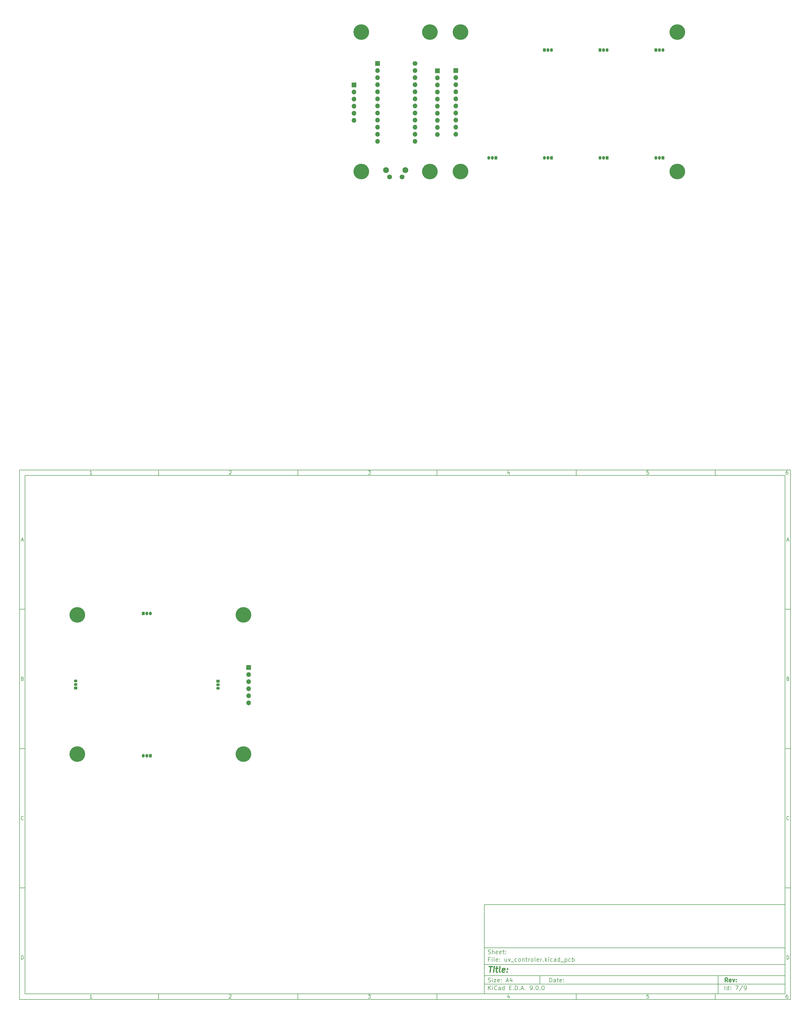
<source format=gbr>
%TF.GenerationSoftware,KiCad,Pcbnew,9.0.0*%
%TF.CreationDate,2025-06-04T23:26:29+02:00*%
%TF.ProjectId,uv_controler,75765f63-6f6e-4747-926f-6c65722e6b69,rev?*%
%TF.SameCoordinates,Original*%
%TF.FileFunction,Soldermask,Bot*%
%TF.FilePolarity,Negative*%
%FSLAX46Y46*%
G04 Gerber Fmt 4.6, Leading zero omitted, Abs format (unit mm)*
G04 Created by KiCad (PCBNEW 9.0.0) date 2025-06-04 23:26:29*
%MOMM*%
%LPD*%
G01*
G04 APERTURE LIST*
%ADD10C,0.100000*%
%ADD11C,0.150000*%
%ADD12C,0.300000*%
%ADD13C,0.400000*%
%ADD14C,5.600000*%
%ADD15R,1.300000X1.050000*%
%ADD16O,1.300000X1.050000*%
%ADD17R,1.700000X1.700000*%
%ADD18O,1.700000X1.700000*%
%ADD19R,1.050000X1.300000*%
%ADD20O,1.050000X1.300000*%
%ADD21C,1.700000*%
%ADD22C,2.100000*%
%ADD23C,1.750000*%
G04 APERTURE END LIST*
D10*
D11*
X177002200Y-166007200D02*
X285002200Y-166007200D01*
X285002200Y-198007200D01*
X177002200Y-198007200D01*
X177002200Y-166007200D01*
D10*
D11*
X10000000Y-10000000D02*
X287002200Y-10000000D01*
X287002200Y-200007200D01*
X10000000Y-200007200D01*
X10000000Y-10000000D01*
D10*
D11*
X12000000Y-12000000D02*
X285002200Y-12000000D01*
X285002200Y-198007200D01*
X12000000Y-198007200D01*
X12000000Y-12000000D01*
D10*
D11*
X60000000Y-12000000D02*
X60000000Y-10000000D01*
D10*
D11*
X110000000Y-12000000D02*
X110000000Y-10000000D01*
D10*
D11*
X160000000Y-12000000D02*
X160000000Y-10000000D01*
D10*
D11*
X210000000Y-12000000D02*
X210000000Y-10000000D01*
D10*
D11*
X260000000Y-12000000D02*
X260000000Y-10000000D01*
D10*
D11*
X36089160Y-11593604D02*
X35346303Y-11593604D01*
X35717731Y-11593604D02*
X35717731Y-10293604D01*
X35717731Y-10293604D02*
X35593922Y-10479319D01*
X35593922Y-10479319D02*
X35470112Y-10603128D01*
X35470112Y-10603128D02*
X35346303Y-10665033D01*
D10*
D11*
X85346303Y-10417414D02*
X85408207Y-10355509D01*
X85408207Y-10355509D02*
X85532017Y-10293604D01*
X85532017Y-10293604D02*
X85841541Y-10293604D01*
X85841541Y-10293604D02*
X85965350Y-10355509D01*
X85965350Y-10355509D02*
X86027255Y-10417414D01*
X86027255Y-10417414D02*
X86089160Y-10541223D01*
X86089160Y-10541223D02*
X86089160Y-10665033D01*
X86089160Y-10665033D02*
X86027255Y-10850747D01*
X86027255Y-10850747D02*
X85284398Y-11593604D01*
X85284398Y-11593604D02*
X86089160Y-11593604D01*
D10*
D11*
X135284398Y-10293604D02*
X136089160Y-10293604D01*
X136089160Y-10293604D02*
X135655826Y-10788842D01*
X135655826Y-10788842D02*
X135841541Y-10788842D01*
X135841541Y-10788842D02*
X135965350Y-10850747D01*
X135965350Y-10850747D02*
X136027255Y-10912652D01*
X136027255Y-10912652D02*
X136089160Y-11036461D01*
X136089160Y-11036461D02*
X136089160Y-11345985D01*
X136089160Y-11345985D02*
X136027255Y-11469795D01*
X136027255Y-11469795D02*
X135965350Y-11531700D01*
X135965350Y-11531700D02*
X135841541Y-11593604D01*
X135841541Y-11593604D02*
X135470112Y-11593604D01*
X135470112Y-11593604D02*
X135346303Y-11531700D01*
X135346303Y-11531700D02*
X135284398Y-11469795D01*
D10*
D11*
X185965350Y-10726938D02*
X185965350Y-11593604D01*
X185655826Y-10231700D02*
X185346303Y-11160271D01*
X185346303Y-11160271D02*
X186151064Y-11160271D01*
D10*
D11*
X236027255Y-10293604D02*
X235408207Y-10293604D01*
X235408207Y-10293604D02*
X235346303Y-10912652D01*
X235346303Y-10912652D02*
X235408207Y-10850747D01*
X235408207Y-10850747D02*
X235532017Y-10788842D01*
X235532017Y-10788842D02*
X235841541Y-10788842D01*
X235841541Y-10788842D02*
X235965350Y-10850747D01*
X235965350Y-10850747D02*
X236027255Y-10912652D01*
X236027255Y-10912652D02*
X236089160Y-11036461D01*
X236089160Y-11036461D02*
X236089160Y-11345985D01*
X236089160Y-11345985D02*
X236027255Y-11469795D01*
X236027255Y-11469795D02*
X235965350Y-11531700D01*
X235965350Y-11531700D02*
X235841541Y-11593604D01*
X235841541Y-11593604D02*
X235532017Y-11593604D01*
X235532017Y-11593604D02*
X235408207Y-11531700D01*
X235408207Y-11531700D02*
X235346303Y-11469795D01*
D10*
D11*
X285965350Y-10293604D02*
X285717731Y-10293604D01*
X285717731Y-10293604D02*
X285593922Y-10355509D01*
X285593922Y-10355509D02*
X285532017Y-10417414D01*
X285532017Y-10417414D02*
X285408207Y-10603128D01*
X285408207Y-10603128D02*
X285346303Y-10850747D01*
X285346303Y-10850747D02*
X285346303Y-11345985D01*
X285346303Y-11345985D02*
X285408207Y-11469795D01*
X285408207Y-11469795D02*
X285470112Y-11531700D01*
X285470112Y-11531700D02*
X285593922Y-11593604D01*
X285593922Y-11593604D02*
X285841541Y-11593604D01*
X285841541Y-11593604D02*
X285965350Y-11531700D01*
X285965350Y-11531700D02*
X286027255Y-11469795D01*
X286027255Y-11469795D02*
X286089160Y-11345985D01*
X286089160Y-11345985D02*
X286089160Y-11036461D01*
X286089160Y-11036461D02*
X286027255Y-10912652D01*
X286027255Y-10912652D02*
X285965350Y-10850747D01*
X285965350Y-10850747D02*
X285841541Y-10788842D01*
X285841541Y-10788842D02*
X285593922Y-10788842D01*
X285593922Y-10788842D02*
X285470112Y-10850747D01*
X285470112Y-10850747D02*
X285408207Y-10912652D01*
X285408207Y-10912652D02*
X285346303Y-11036461D01*
D10*
D11*
X60000000Y-198007200D02*
X60000000Y-200007200D01*
D10*
D11*
X110000000Y-198007200D02*
X110000000Y-200007200D01*
D10*
D11*
X160000000Y-198007200D02*
X160000000Y-200007200D01*
D10*
D11*
X210000000Y-198007200D02*
X210000000Y-200007200D01*
D10*
D11*
X260000000Y-198007200D02*
X260000000Y-200007200D01*
D10*
D11*
X36089160Y-199600804D02*
X35346303Y-199600804D01*
X35717731Y-199600804D02*
X35717731Y-198300804D01*
X35717731Y-198300804D02*
X35593922Y-198486519D01*
X35593922Y-198486519D02*
X35470112Y-198610328D01*
X35470112Y-198610328D02*
X35346303Y-198672233D01*
D10*
D11*
X85346303Y-198424614D02*
X85408207Y-198362709D01*
X85408207Y-198362709D02*
X85532017Y-198300804D01*
X85532017Y-198300804D02*
X85841541Y-198300804D01*
X85841541Y-198300804D02*
X85965350Y-198362709D01*
X85965350Y-198362709D02*
X86027255Y-198424614D01*
X86027255Y-198424614D02*
X86089160Y-198548423D01*
X86089160Y-198548423D02*
X86089160Y-198672233D01*
X86089160Y-198672233D02*
X86027255Y-198857947D01*
X86027255Y-198857947D02*
X85284398Y-199600804D01*
X85284398Y-199600804D02*
X86089160Y-199600804D01*
D10*
D11*
X135284398Y-198300804D02*
X136089160Y-198300804D01*
X136089160Y-198300804D02*
X135655826Y-198796042D01*
X135655826Y-198796042D02*
X135841541Y-198796042D01*
X135841541Y-198796042D02*
X135965350Y-198857947D01*
X135965350Y-198857947D02*
X136027255Y-198919852D01*
X136027255Y-198919852D02*
X136089160Y-199043661D01*
X136089160Y-199043661D02*
X136089160Y-199353185D01*
X136089160Y-199353185D02*
X136027255Y-199476995D01*
X136027255Y-199476995D02*
X135965350Y-199538900D01*
X135965350Y-199538900D02*
X135841541Y-199600804D01*
X135841541Y-199600804D02*
X135470112Y-199600804D01*
X135470112Y-199600804D02*
X135346303Y-199538900D01*
X135346303Y-199538900D02*
X135284398Y-199476995D01*
D10*
D11*
X185965350Y-198734138D02*
X185965350Y-199600804D01*
X185655826Y-198238900D02*
X185346303Y-199167471D01*
X185346303Y-199167471D02*
X186151064Y-199167471D01*
D10*
D11*
X236027255Y-198300804D02*
X235408207Y-198300804D01*
X235408207Y-198300804D02*
X235346303Y-198919852D01*
X235346303Y-198919852D02*
X235408207Y-198857947D01*
X235408207Y-198857947D02*
X235532017Y-198796042D01*
X235532017Y-198796042D02*
X235841541Y-198796042D01*
X235841541Y-198796042D02*
X235965350Y-198857947D01*
X235965350Y-198857947D02*
X236027255Y-198919852D01*
X236027255Y-198919852D02*
X236089160Y-199043661D01*
X236089160Y-199043661D02*
X236089160Y-199353185D01*
X236089160Y-199353185D02*
X236027255Y-199476995D01*
X236027255Y-199476995D02*
X235965350Y-199538900D01*
X235965350Y-199538900D02*
X235841541Y-199600804D01*
X235841541Y-199600804D02*
X235532017Y-199600804D01*
X235532017Y-199600804D02*
X235408207Y-199538900D01*
X235408207Y-199538900D02*
X235346303Y-199476995D01*
D10*
D11*
X285965350Y-198300804D02*
X285717731Y-198300804D01*
X285717731Y-198300804D02*
X285593922Y-198362709D01*
X285593922Y-198362709D02*
X285532017Y-198424614D01*
X285532017Y-198424614D02*
X285408207Y-198610328D01*
X285408207Y-198610328D02*
X285346303Y-198857947D01*
X285346303Y-198857947D02*
X285346303Y-199353185D01*
X285346303Y-199353185D02*
X285408207Y-199476995D01*
X285408207Y-199476995D02*
X285470112Y-199538900D01*
X285470112Y-199538900D02*
X285593922Y-199600804D01*
X285593922Y-199600804D02*
X285841541Y-199600804D01*
X285841541Y-199600804D02*
X285965350Y-199538900D01*
X285965350Y-199538900D02*
X286027255Y-199476995D01*
X286027255Y-199476995D02*
X286089160Y-199353185D01*
X286089160Y-199353185D02*
X286089160Y-199043661D01*
X286089160Y-199043661D02*
X286027255Y-198919852D01*
X286027255Y-198919852D02*
X285965350Y-198857947D01*
X285965350Y-198857947D02*
X285841541Y-198796042D01*
X285841541Y-198796042D02*
X285593922Y-198796042D01*
X285593922Y-198796042D02*
X285470112Y-198857947D01*
X285470112Y-198857947D02*
X285408207Y-198919852D01*
X285408207Y-198919852D02*
X285346303Y-199043661D01*
D10*
D11*
X10000000Y-60000000D02*
X12000000Y-60000000D01*
D10*
D11*
X10000000Y-110000000D02*
X12000000Y-110000000D01*
D10*
D11*
X10000000Y-160000000D02*
X12000000Y-160000000D01*
D10*
D11*
X10690476Y-35222176D02*
X11309523Y-35222176D01*
X10566666Y-35593604D02*
X10999999Y-34293604D01*
X10999999Y-34293604D02*
X11433333Y-35593604D01*
D10*
D11*
X11092857Y-84912652D02*
X11278571Y-84974557D01*
X11278571Y-84974557D02*
X11340476Y-85036461D01*
X11340476Y-85036461D02*
X11402380Y-85160271D01*
X11402380Y-85160271D02*
X11402380Y-85345985D01*
X11402380Y-85345985D02*
X11340476Y-85469795D01*
X11340476Y-85469795D02*
X11278571Y-85531700D01*
X11278571Y-85531700D02*
X11154761Y-85593604D01*
X11154761Y-85593604D02*
X10659523Y-85593604D01*
X10659523Y-85593604D02*
X10659523Y-84293604D01*
X10659523Y-84293604D02*
X11092857Y-84293604D01*
X11092857Y-84293604D02*
X11216666Y-84355509D01*
X11216666Y-84355509D02*
X11278571Y-84417414D01*
X11278571Y-84417414D02*
X11340476Y-84541223D01*
X11340476Y-84541223D02*
X11340476Y-84665033D01*
X11340476Y-84665033D02*
X11278571Y-84788842D01*
X11278571Y-84788842D02*
X11216666Y-84850747D01*
X11216666Y-84850747D02*
X11092857Y-84912652D01*
X11092857Y-84912652D02*
X10659523Y-84912652D01*
D10*
D11*
X11402380Y-135469795D02*
X11340476Y-135531700D01*
X11340476Y-135531700D02*
X11154761Y-135593604D01*
X11154761Y-135593604D02*
X11030952Y-135593604D01*
X11030952Y-135593604D02*
X10845238Y-135531700D01*
X10845238Y-135531700D02*
X10721428Y-135407890D01*
X10721428Y-135407890D02*
X10659523Y-135284080D01*
X10659523Y-135284080D02*
X10597619Y-135036461D01*
X10597619Y-135036461D02*
X10597619Y-134850747D01*
X10597619Y-134850747D02*
X10659523Y-134603128D01*
X10659523Y-134603128D02*
X10721428Y-134479319D01*
X10721428Y-134479319D02*
X10845238Y-134355509D01*
X10845238Y-134355509D02*
X11030952Y-134293604D01*
X11030952Y-134293604D02*
X11154761Y-134293604D01*
X11154761Y-134293604D02*
X11340476Y-134355509D01*
X11340476Y-134355509D02*
X11402380Y-134417414D01*
D10*
D11*
X10659523Y-185593604D02*
X10659523Y-184293604D01*
X10659523Y-184293604D02*
X10969047Y-184293604D01*
X10969047Y-184293604D02*
X11154761Y-184355509D01*
X11154761Y-184355509D02*
X11278571Y-184479319D01*
X11278571Y-184479319D02*
X11340476Y-184603128D01*
X11340476Y-184603128D02*
X11402380Y-184850747D01*
X11402380Y-184850747D02*
X11402380Y-185036461D01*
X11402380Y-185036461D02*
X11340476Y-185284080D01*
X11340476Y-185284080D02*
X11278571Y-185407890D01*
X11278571Y-185407890D02*
X11154761Y-185531700D01*
X11154761Y-185531700D02*
X10969047Y-185593604D01*
X10969047Y-185593604D02*
X10659523Y-185593604D01*
D10*
D11*
X287002200Y-60000000D02*
X285002200Y-60000000D01*
D10*
D11*
X287002200Y-110000000D02*
X285002200Y-110000000D01*
D10*
D11*
X287002200Y-160000000D02*
X285002200Y-160000000D01*
D10*
D11*
X285692676Y-35222176D02*
X286311723Y-35222176D01*
X285568866Y-35593604D02*
X286002199Y-34293604D01*
X286002199Y-34293604D02*
X286435533Y-35593604D01*
D10*
D11*
X286095057Y-84912652D02*
X286280771Y-84974557D01*
X286280771Y-84974557D02*
X286342676Y-85036461D01*
X286342676Y-85036461D02*
X286404580Y-85160271D01*
X286404580Y-85160271D02*
X286404580Y-85345985D01*
X286404580Y-85345985D02*
X286342676Y-85469795D01*
X286342676Y-85469795D02*
X286280771Y-85531700D01*
X286280771Y-85531700D02*
X286156961Y-85593604D01*
X286156961Y-85593604D02*
X285661723Y-85593604D01*
X285661723Y-85593604D02*
X285661723Y-84293604D01*
X285661723Y-84293604D02*
X286095057Y-84293604D01*
X286095057Y-84293604D02*
X286218866Y-84355509D01*
X286218866Y-84355509D02*
X286280771Y-84417414D01*
X286280771Y-84417414D02*
X286342676Y-84541223D01*
X286342676Y-84541223D02*
X286342676Y-84665033D01*
X286342676Y-84665033D02*
X286280771Y-84788842D01*
X286280771Y-84788842D02*
X286218866Y-84850747D01*
X286218866Y-84850747D02*
X286095057Y-84912652D01*
X286095057Y-84912652D02*
X285661723Y-84912652D01*
D10*
D11*
X286404580Y-135469795D02*
X286342676Y-135531700D01*
X286342676Y-135531700D02*
X286156961Y-135593604D01*
X286156961Y-135593604D02*
X286033152Y-135593604D01*
X286033152Y-135593604D02*
X285847438Y-135531700D01*
X285847438Y-135531700D02*
X285723628Y-135407890D01*
X285723628Y-135407890D02*
X285661723Y-135284080D01*
X285661723Y-135284080D02*
X285599819Y-135036461D01*
X285599819Y-135036461D02*
X285599819Y-134850747D01*
X285599819Y-134850747D02*
X285661723Y-134603128D01*
X285661723Y-134603128D02*
X285723628Y-134479319D01*
X285723628Y-134479319D02*
X285847438Y-134355509D01*
X285847438Y-134355509D02*
X286033152Y-134293604D01*
X286033152Y-134293604D02*
X286156961Y-134293604D01*
X286156961Y-134293604D02*
X286342676Y-134355509D01*
X286342676Y-134355509D02*
X286404580Y-134417414D01*
D10*
D11*
X285661723Y-185593604D02*
X285661723Y-184293604D01*
X285661723Y-184293604D02*
X285971247Y-184293604D01*
X285971247Y-184293604D02*
X286156961Y-184355509D01*
X286156961Y-184355509D02*
X286280771Y-184479319D01*
X286280771Y-184479319D02*
X286342676Y-184603128D01*
X286342676Y-184603128D02*
X286404580Y-184850747D01*
X286404580Y-184850747D02*
X286404580Y-185036461D01*
X286404580Y-185036461D02*
X286342676Y-185284080D01*
X286342676Y-185284080D02*
X286280771Y-185407890D01*
X286280771Y-185407890D02*
X286156961Y-185531700D01*
X286156961Y-185531700D02*
X285971247Y-185593604D01*
X285971247Y-185593604D02*
X285661723Y-185593604D01*
D10*
D11*
X200458026Y-193793328D02*
X200458026Y-192293328D01*
X200458026Y-192293328D02*
X200815169Y-192293328D01*
X200815169Y-192293328D02*
X201029455Y-192364757D01*
X201029455Y-192364757D02*
X201172312Y-192507614D01*
X201172312Y-192507614D02*
X201243741Y-192650471D01*
X201243741Y-192650471D02*
X201315169Y-192936185D01*
X201315169Y-192936185D02*
X201315169Y-193150471D01*
X201315169Y-193150471D02*
X201243741Y-193436185D01*
X201243741Y-193436185D02*
X201172312Y-193579042D01*
X201172312Y-193579042D02*
X201029455Y-193721900D01*
X201029455Y-193721900D02*
X200815169Y-193793328D01*
X200815169Y-193793328D02*
X200458026Y-193793328D01*
X202600884Y-193793328D02*
X202600884Y-193007614D01*
X202600884Y-193007614D02*
X202529455Y-192864757D01*
X202529455Y-192864757D02*
X202386598Y-192793328D01*
X202386598Y-192793328D02*
X202100884Y-192793328D01*
X202100884Y-192793328D02*
X201958026Y-192864757D01*
X202600884Y-193721900D02*
X202458026Y-193793328D01*
X202458026Y-193793328D02*
X202100884Y-193793328D01*
X202100884Y-193793328D02*
X201958026Y-193721900D01*
X201958026Y-193721900D02*
X201886598Y-193579042D01*
X201886598Y-193579042D02*
X201886598Y-193436185D01*
X201886598Y-193436185D02*
X201958026Y-193293328D01*
X201958026Y-193293328D02*
X202100884Y-193221900D01*
X202100884Y-193221900D02*
X202458026Y-193221900D01*
X202458026Y-193221900D02*
X202600884Y-193150471D01*
X203100884Y-192793328D02*
X203672312Y-192793328D01*
X203315169Y-192293328D02*
X203315169Y-193579042D01*
X203315169Y-193579042D02*
X203386598Y-193721900D01*
X203386598Y-193721900D02*
X203529455Y-193793328D01*
X203529455Y-193793328D02*
X203672312Y-193793328D01*
X204743741Y-193721900D02*
X204600884Y-193793328D01*
X204600884Y-193793328D02*
X204315170Y-193793328D01*
X204315170Y-193793328D02*
X204172312Y-193721900D01*
X204172312Y-193721900D02*
X204100884Y-193579042D01*
X204100884Y-193579042D02*
X204100884Y-193007614D01*
X204100884Y-193007614D02*
X204172312Y-192864757D01*
X204172312Y-192864757D02*
X204315170Y-192793328D01*
X204315170Y-192793328D02*
X204600884Y-192793328D01*
X204600884Y-192793328D02*
X204743741Y-192864757D01*
X204743741Y-192864757D02*
X204815170Y-193007614D01*
X204815170Y-193007614D02*
X204815170Y-193150471D01*
X204815170Y-193150471D02*
X204100884Y-193293328D01*
X205458026Y-193650471D02*
X205529455Y-193721900D01*
X205529455Y-193721900D02*
X205458026Y-193793328D01*
X205458026Y-193793328D02*
X205386598Y-193721900D01*
X205386598Y-193721900D02*
X205458026Y-193650471D01*
X205458026Y-193650471D02*
X205458026Y-193793328D01*
X205458026Y-192864757D02*
X205529455Y-192936185D01*
X205529455Y-192936185D02*
X205458026Y-193007614D01*
X205458026Y-193007614D02*
X205386598Y-192936185D01*
X205386598Y-192936185D02*
X205458026Y-192864757D01*
X205458026Y-192864757D02*
X205458026Y-193007614D01*
D10*
D11*
X177002200Y-194507200D02*
X285002200Y-194507200D01*
D10*
D11*
X178458026Y-196593328D02*
X178458026Y-195093328D01*
X179315169Y-196593328D02*
X178672312Y-195736185D01*
X179315169Y-195093328D02*
X178458026Y-195950471D01*
X179958026Y-196593328D02*
X179958026Y-195593328D01*
X179958026Y-195093328D02*
X179886598Y-195164757D01*
X179886598Y-195164757D02*
X179958026Y-195236185D01*
X179958026Y-195236185D02*
X180029455Y-195164757D01*
X180029455Y-195164757D02*
X179958026Y-195093328D01*
X179958026Y-195093328D02*
X179958026Y-195236185D01*
X181529455Y-196450471D02*
X181458027Y-196521900D01*
X181458027Y-196521900D02*
X181243741Y-196593328D01*
X181243741Y-196593328D02*
X181100884Y-196593328D01*
X181100884Y-196593328D02*
X180886598Y-196521900D01*
X180886598Y-196521900D02*
X180743741Y-196379042D01*
X180743741Y-196379042D02*
X180672312Y-196236185D01*
X180672312Y-196236185D02*
X180600884Y-195950471D01*
X180600884Y-195950471D02*
X180600884Y-195736185D01*
X180600884Y-195736185D02*
X180672312Y-195450471D01*
X180672312Y-195450471D02*
X180743741Y-195307614D01*
X180743741Y-195307614D02*
X180886598Y-195164757D01*
X180886598Y-195164757D02*
X181100884Y-195093328D01*
X181100884Y-195093328D02*
X181243741Y-195093328D01*
X181243741Y-195093328D02*
X181458027Y-195164757D01*
X181458027Y-195164757D02*
X181529455Y-195236185D01*
X182815170Y-196593328D02*
X182815170Y-195807614D01*
X182815170Y-195807614D02*
X182743741Y-195664757D01*
X182743741Y-195664757D02*
X182600884Y-195593328D01*
X182600884Y-195593328D02*
X182315170Y-195593328D01*
X182315170Y-195593328D02*
X182172312Y-195664757D01*
X182815170Y-196521900D02*
X182672312Y-196593328D01*
X182672312Y-196593328D02*
X182315170Y-196593328D01*
X182315170Y-196593328D02*
X182172312Y-196521900D01*
X182172312Y-196521900D02*
X182100884Y-196379042D01*
X182100884Y-196379042D02*
X182100884Y-196236185D01*
X182100884Y-196236185D02*
X182172312Y-196093328D01*
X182172312Y-196093328D02*
X182315170Y-196021900D01*
X182315170Y-196021900D02*
X182672312Y-196021900D01*
X182672312Y-196021900D02*
X182815170Y-195950471D01*
X184172313Y-196593328D02*
X184172313Y-195093328D01*
X184172313Y-196521900D02*
X184029455Y-196593328D01*
X184029455Y-196593328D02*
X183743741Y-196593328D01*
X183743741Y-196593328D02*
X183600884Y-196521900D01*
X183600884Y-196521900D02*
X183529455Y-196450471D01*
X183529455Y-196450471D02*
X183458027Y-196307614D01*
X183458027Y-196307614D02*
X183458027Y-195879042D01*
X183458027Y-195879042D02*
X183529455Y-195736185D01*
X183529455Y-195736185D02*
X183600884Y-195664757D01*
X183600884Y-195664757D02*
X183743741Y-195593328D01*
X183743741Y-195593328D02*
X184029455Y-195593328D01*
X184029455Y-195593328D02*
X184172313Y-195664757D01*
X186029455Y-195807614D02*
X186529455Y-195807614D01*
X186743741Y-196593328D02*
X186029455Y-196593328D01*
X186029455Y-196593328D02*
X186029455Y-195093328D01*
X186029455Y-195093328D02*
X186743741Y-195093328D01*
X187386598Y-196450471D02*
X187458027Y-196521900D01*
X187458027Y-196521900D02*
X187386598Y-196593328D01*
X187386598Y-196593328D02*
X187315170Y-196521900D01*
X187315170Y-196521900D02*
X187386598Y-196450471D01*
X187386598Y-196450471D02*
X187386598Y-196593328D01*
X188100884Y-196593328D02*
X188100884Y-195093328D01*
X188100884Y-195093328D02*
X188458027Y-195093328D01*
X188458027Y-195093328D02*
X188672313Y-195164757D01*
X188672313Y-195164757D02*
X188815170Y-195307614D01*
X188815170Y-195307614D02*
X188886599Y-195450471D01*
X188886599Y-195450471D02*
X188958027Y-195736185D01*
X188958027Y-195736185D02*
X188958027Y-195950471D01*
X188958027Y-195950471D02*
X188886599Y-196236185D01*
X188886599Y-196236185D02*
X188815170Y-196379042D01*
X188815170Y-196379042D02*
X188672313Y-196521900D01*
X188672313Y-196521900D02*
X188458027Y-196593328D01*
X188458027Y-196593328D02*
X188100884Y-196593328D01*
X189600884Y-196450471D02*
X189672313Y-196521900D01*
X189672313Y-196521900D02*
X189600884Y-196593328D01*
X189600884Y-196593328D02*
X189529456Y-196521900D01*
X189529456Y-196521900D02*
X189600884Y-196450471D01*
X189600884Y-196450471D02*
X189600884Y-196593328D01*
X190243742Y-196164757D02*
X190958028Y-196164757D01*
X190100885Y-196593328D02*
X190600885Y-195093328D01*
X190600885Y-195093328D02*
X191100885Y-196593328D01*
X191600884Y-196450471D02*
X191672313Y-196521900D01*
X191672313Y-196521900D02*
X191600884Y-196593328D01*
X191600884Y-196593328D02*
X191529456Y-196521900D01*
X191529456Y-196521900D02*
X191600884Y-196450471D01*
X191600884Y-196450471D02*
X191600884Y-196593328D01*
X193529456Y-196593328D02*
X193815170Y-196593328D01*
X193815170Y-196593328D02*
X193958027Y-196521900D01*
X193958027Y-196521900D02*
X194029456Y-196450471D01*
X194029456Y-196450471D02*
X194172313Y-196236185D01*
X194172313Y-196236185D02*
X194243742Y-195950471D01*
X194243742Y-195950471D02*
X194243742Y-195379042D01*
X194243742Y-195379042D02*
X194172313Y-195236185D01*
X194172313Y-195236185D02*
X194100885Y-195164757D01*
X194100885Y-195164757D02*
X193958027Y-195093328D01*
X193958027Y-195093328D02*
X193672313Y-195093328D01*
X193672313Y-195093328D02*
X193529456Y-195164757D01*
X193529456Y-195164757D02*
X193458027Y-195236185D01*
X193458027Y-195236185D02*
X193386599Y-195379042D01*
X193386599Y-195379042D02*
X193386599Y-195736185D01*
X193386599Y-195736185D02*
X193458027Y-195879042D01*
X193458027Y-195879042D02*
X193529456Y-195950471D01*
X193529456Y-195950471D02*
X193672313Y-196021900D01*
X193672313Y-196021900D02*
X193958027Y-196021900D01*
X193958027Y-196021900D02*
X194100885Y-195950471D01*
X194100885Y-195950471D02*
X194172313Y-195879042D01*
X194172313Y-195879042D02*
X194243742Y-195736185D01*
X194886598Y-196450471D02*
X194958027Y-196521900D01*
X194958027Y-196521900D02*
X194886598Y-196593328D01*
X194886598Y-196593328D02*
X194815170Y-196521900D01*
X194815170Y-196521900D02*
X194886598Y-196450471D01*
X194886598Y-196450471D02*
X194886598Y-196593328D01*
X195886599Y-195093328D02*
X196029456Y-195093328D01*
X196029456Y-195093328D02*
X196172313Y-195164757D01*
X196172313Y-195164757D02*
X196243742Y-195236185D01*
X196243742Y-195236185D02*
X196315170Y-195379042D01*
X196315170Y-195379042D02*
X196386599Y-195664757D01*
X196386599Y-195664757D02*
X196386599Y-196021900D01*
X196386599Y-196021900D02*
X196315170Y-196307614D01*
X196315170Y-196307614D02*
X196243742Y-196450471D01*
X196243742Y-196450471D02*
X196172313Y-196521900D01*
X196172313Y-196521900D02*
X196029456Y-196593328D01*
X196029456Y-196593328D02*
X195886599Y-196593328D01*
X195886599Y-196593328D02*
X195743742Y-196521900D01*
X195743742Y-196521900D02*
X195672313Y-196450471D01*
X195672313Y-196450471D02*
X195600884Y-196307614D01*
X195600884Y-196307614D02*
X195529456Y-196021900D01*
X195529456Y-196021900D02*
X195529456Y-195664757D01*
X195529456Y-195664757D02*
X195600884Y-195379042D01*
X195600884Y-195379042D02*
X195672313Y-195236185D01*
X195672313Y-195236185D02*
X195743742Y-195164757D01*
X195743742Y-195164757D02*
X195886599Y-195093328D01*
X197029455Y-196450471D02*
X197100884Y-196521900D01*
X197100884Y-196521900D02*
X197029455Y-196593328D01*
X197029455Y-196593328D02*
X196958027Y-196521900D01*
X196958027Y-196521900D02*
X197029455Y-196450471D01*
X197029455Y-196450471D02*
X197029455Y-196593328D01*
X198029456Y-195093328D02*
X198172313Y-195093328D01*
X198172313Y-195093328D02*
X198315170Y-195164757D01*
X198315170Y-195164757D02*
X198386599Y-195236185D01*
X198386599Y-195236185D02*
X198458027Y-195379042D01*
X198458027Y-195379042D02*
X198529456Y-195664757D01*
X198529456Y-195664757D02*
X198529456Y-196021900D01*
X198529456Y-196021900D02*
X198458027Y-196307614D01*
X198458027Y-196307614D02*
X198386599Y-196450471D01*
X198386599Y-196450471D02*
X198315170Y-196521900D01*
X198315170Y-196521900D02*
X198172313Y-196593328D01*
X198172313Y-196593328D02*
X198029456Y-196593328D01*
X198029456Y-196593328D02*
X197886599Y-196521900D01*
X197886599Y-196521900D02*
X197815170Y-196450471D01*
X197815170Y-196450471D02*
X197743741Y-196307614D01*
X197743741Y-196307614D02*
X197672313Y-196021900D01*
X197672313Y-196021900D02*
X197672313Y-195664757D01*
X197672313Y-195664757D02*
X197743741Y-195379042D01*
X197743741Y-195379042D02*
X197815170Y-195236185D01*
X197815170Y-195236185D02*
X197886599Y-195164757D01*
X197886599Y-195164757D02*
X198029456Y-195093328D01*
D10*
D11*
X177002200Y-191507200D02*
X285002200Y-191507200D01*
D10*
D12*
X264413853Y-193785528D02*
X263913853Y-193071242D01*
X263556710Y-193785528D02*
X263556710Y-192285528D01*
X263556710Y-192285528D02*
X264128139Y-192285528D01*
X264128139Y-192285528D02*
X264270996Y-192356957D01*
X264270996Y-192356957D02*
X264342425Y-192428385D01*
X264342425Y-192428385D02*
X264413853Y-192571242D01*
X264413853Y-192571242D02*
X264413853Y-192785528D01*
X264413853Y-192785528D02*
X264342425Y-192928385D01*
X264342425Y-192928385D02*
X264270996Y-192999814D01*
X264270996Y-192999814D02*
X264128139Y-193071242D01*
X264128139Y-193071242D02*
X263556710Y-193071242D01*
X265628139Y-193714100D02*
X265485282Y-193785528D01*
X265485282Y-193785528D02*
X265199568Y-193785528D01*
X265199568Y-193785528D02*
X265056710Y-193714100D01*
X265056710Y-193714100D02*
X264985282Y-193571242D01*
X264985282Y-193571242D02*
X264985282Y-192999814D01*
X264985282Y-192999814D02*
X265056710Y-192856957D01*
X265056710Y-192856957D02*
X265199568Y-192785528D01*
X265199568Y-192785528D02*
X265485282Y-192785528D01*
X265485282Y-192785528D02*
X265628139Y-192856957D01*
X265628139Y-192856957D02*
X265699568Y-192999814D01*
X265699568Y-192999814D02*
X265699568Y-193142671D01*
X265699568Y-193142671D02*
X264985282Y-193285528D01*
X266199567Y-192785528D02*
X266556710Y-193785528D01*
X266556710Y-193785528D02*
X266913853Y-192785528D01*
X267485281Y-193642671D02*
X267556710Y-193714100D01*
X267556710Y-193714100D02*
X267485281Y-193785528D01*
X267485281Y-193785528D02*
X267413853Y-193714100D01*
X267413853Y-193714100D02*
X267485281Y-193642671D01*
X267485281Y-193642671D02*
X267485281Y-193785528D01*
X267485281Y-192856957D02*
X267556710Y-192928385D01*
X267556710Y-192928385D02*
X267485281Y-192999814D01*
X267485281Y-192999814D02*
X267413853Y-192928385D01*
X267413853Y-192928385D02*
X267485281Y-192856957D01*
X267485281Y-192856957D02*
X267485281Y-192999814D01*
D10*
D11*
X178386598Y-193721900D02*
X178600884Y-193793328D01*
X178600884Y-193793328D02*
X178958026Y-193793328D01*
X178958026Y-193793328D02*
X179100884Y-193721900D01*
X179100884Y-193721900D02*
X179172312Y-193650471D01*
X179172312Y-193650471D02*
X179243741Y-193507614D01*
X179243741Y-193507614D02*
X179243741Y-193364757D01*
X179243741Y-193364757D02*
X179172312Y-193221900D01*
X179172312Y-193221900D02*
X179100884Y-193150471D01*
X179100884Y-193150471D02*
X178958026Y-193079042D01*
X178958026Y-193079042D02*
X178672312Y-193007614D01*
X178672312Y-193007614D02*
X178529455Y-192936185D01*
X178529455Y-192936185D02*
X178458026Y-192864757D01*
X178458026Y-192864757D02*
X178386598Y-192721900D01*
X178386598Y-192721900D02*
X178386598Y-192579042D01*
X178386598Y-192579042D02*
X178458026Y-192436185D01*
X178458026Y-192436185D02*
X178529455Y-192364757D01*
X178529455Y-192364757D02*
X178672312Y-192293328D01*
X178672312Y-192293328D02*
X179029455Y-192293328D01*
X179029455Y-192293328D02*
X179243741Y-192364757D01*
X179886597Y-193793328D02*
X179886597Y-192793328D01*
X179886597Y-192293328D02*
X179815169Y-192364757D01*
X179815169Y-192364757D02*
X179886597Y-192436185D01*
X179886597Y-192436185D02*
X179958026Y-192364757D01*
X179958026Y-192364757D02*
X179886597Y-192293328D01*
X179886597Y-192293328D02*
X179886597Y-192436185D01*
X180458026Y-192793328D02*
X181243741Y-192793328D01*
X181243741Y-192793328D02*
X180458026Y-193793328D01*
X180458026Y-193793328D02*
X181243741Y-193793328D01*
X182386598Y-193721900D02*
X182243741Y-193793328D01*
X182243741Y-193793328D02*
X181958027Y-193793328D01*
X181958027Y-193793328D02*
X181815169Y-193721900D01*
X181815169Y-193721900D02*
X181743741Y-193579042D01*
X181743741Y-193579042D02*
X181743741Y-193007614D01*
X181743741Y-193007614D02*
X181815169Y-192864757D01*
X181815169Y-192864757D02*
X181958027Y-192793328D01*
X181958027Y-192793328D02*
X182243741Y-192793328D01*
X182243741Y-192793328D02*
X182386598Y-192864757D01*
X182386598Y-192864757D02*
X182458027Y-193007614D01*
X182458027Y-193007614D02*
X182458027Y-193150471D01*
X182458027Y-193150471D02*
X181743741Y-193293328D01*
X183100883Y-193650471D02*
X183172312Y-193721900D01*
X183172312Y-193721900D02*
X183100883Y-193793328D01*
X183100883Y-193793328D02*
X183029455Y-193721900D01*
X183029455Y-193721900D02*
X183100883Y-193650471D01*
X183100883Y-193650471D02*
X183100883Y-193793328D01*
X183100883Y-192864757D02*
X183172312Y-192936185D01*
X183172312Y-192936185D02*
X183100883Y-193007614D01*
X183100883Y-193007614D02*
X183029455Y-192936185D01*
X183029455Y-192936185D02*
X183100883Y-192864757D01*
X183100883Y-192864757D02*
X183100883Y-193007614D01*
X184886598Y-193364757D02*
X185600884Y-193364757D01*
X184743741Y-193793328D02*
X185243741Y-192293328D01*
X185243741Y-192293328D02*
X185743741Y-193793328D01*
X186886598Y-192793328D02*
X186886598Y-193793328D01*
X186529455Y-192221900D02*
X186172312Y-193293328D01*
X186172312Y-193293328D02*
X187100883Y-193293328D01*
D10*
D11*
X263458026Y-196593328D02*
X263458026Y-195093328D01*
X264815170Y-196593328D02*
X264815170Y-195093328D01*
X264815170Y-196521900D02*
X264672312Y-196593328D01*
X264672312Y-196593328D02*
X264386598Y-196593328D01*
X264386598Y-196593328D02*
X264243741Y-196521900D01*
X264243741Y-196521900D02*
X264172312Y-196450471D01*
X264172312Y-196450471D02*
X264100884Y-196307614D01*
X264100884Y-196307614D02*
X264100884Y-195879042D01*
X264100884Y-195879042D02*
X264172312Y-195736185D01*
X264172312Y-195736185D02*
X264243741Y-195664757D01*
X264243741Y-195664757D02*
X264386598Y-195593328D01*
X264386598Y-195593328D02*
X264672312Y-195593328D01*
X264672312Y-195593328D02*
X264815170Y-195664757D01*
X265529455Y-196450471D02*
X265600884Y-196521900D01*
X265600884Y-196521900D02*
X265529455Y-196593328D01*
X265529455Y-196593328D02*
X265458027Y-196521900D01*
X265458027Y-196521900D02*
X265529455Y-196450471D01*
X265529455Y-196450471D02*
X265529455Y-196593328D01*
X265529455Y-195664757D02*
X265600884Y-195736185D01*
X265600884Y-195736185D02*
X265529455Y-195807614D01*
X265529455Y-195807614D02*
X265458027Y-195736185D01*
X265458027Y-195736185D02*
X265529455Y-195664757D01*
X265529455Y-195664757D02*
X265529455Y-195807614D01*
X267243741Y-195093328D02*
X268243741Y-195093328D01*
X268243741Y-195093328D02*
X267600884Y-196593328D01*
X269886598Y-195021900D02*
X268600884Y-196950471D01*
X270458027Y-196593328D02*
X270743741Y-196593328D01*
X270743741Y-196593328D02*
X270886598Y-196521900D01*
X270886598Y-196521900D02*
X270958027Y-196450471D01*
X270958027Y-196450471D02*
X271100884Y-196236185D01*
X271100884Y-196236185D02*
X271172313Y-195950471D01*
X271172313Y-195950471D02*
X271172313Y-195379042D01*
X271172313Y-195379042D02*
X271100884Y-195236185D01*
X271100884Y-195236185D02*
X271029456Y-195164757D01*
X271029456Y-195164757D02*
X270886598Y-195093328D01*
X270886598Y-195093328D02*
X270600884Y-195093328D01*
X270600884Y-195093328D02*
X270458027Y-195164757D01*
X270458027Y-195164757D02*
X270386598Y-195236185D01*
X270386598Y-195236185D02*
X270315170Y-195379042D01*
X270315170Y-195379042D02*
X270315170Y-195736185D01*
X270315170Y-195736185D02*
X270386598Y-195879042D01*
X270386598Y-195879042D02*
X270458027Y-195950471D01*
X270458027Y-195950471D02*
X270600884Y-196021900D01*
X270600884Y-196021900D02*
X270886598Y-196021900D01*
X270886598Y-196021900D02*
X271029456Y-195950471D01*
X271029456Y-195950471D02*
X271100884Y-195879042D01*
X271100884Y-195879042D02*
X271172313Y-195736185D01*
D10*
D11*
X177002200Y-187507200D02*
X285002200Y-187507200D01*
D10*
D13*
X178693928Y-188211638D02*
X179836785Y-188211638D01*
X179015357Y-190211638D02*
X179265357Y-188211638D01*
X180253452Y-190211638D02*
X180420119Y-188878304D01*
X180503452Y-188211638D02*
X180396309Y-188306876D01*
X180396309Y-188306876D02*
X180479643Y-188402114D01*
X180479643Y-188402114D02*
X180586786Y-188306876D01*
X180586786Y-188306876D02*
X180503452Y-188211638D01*
X180503452Y-188211638D02*
X180479643Y-188402114D01*
X181086786Y-188878304D02*
X181848690Y-188878304D01*
X181455833Y-188211638D02*
X181241548Y-189925923D01*
X181241548Y-189925923D02*
X181312976Y-190116400D01*
X181312976Y-190116400D02*
X181491548Y-190211638D01*
X181491548Y-190211638D02*
X181682024Y-190211638D01*
X182634405Y-190211638D02*
X182455833Y-190116400D01*
X182455833Y-190116400D02*
X182384405Y-189925923D01*
X182384405Y-189925923D02*
X182598690Y-188211638D01*
X184170119Y-190116400D02*
X183967738Y-190211638D01*
X183967738Y-190211638D02*
X183586785Y-190211638D01*
X183586785Y-190211638D02*
X183408214Y-190116400D01*
X183408214Y-190116400D02*
X183336785Y-189925923D01*
X183336785Y-189925923D02*
X183432024Y-189164019D01*
X183432024Y-189164019D02*
X183551071Y-188973542D01*
X183551071Y-188973542D02*
X183753452Y-188878304D01*
X183753452Y-188878304D02*
X184134404Y-188878304D01*
X184134404Y-188878304D02*
X184312976Y-188973542D01*
X184312976Y-188973542D02*
X184384404Y-189164019D01*
X184384404Y-189164019D02*
X184360595Y-189354495D01*
X184360595Y-189354495D02*
X183384404Y-189544971D01*
X185134405Y-190021161D02*
X185217738Y-190116400D01*
X185217738Y-190116400D02*
X185110595Y-190211638D01*
X185110595Y-190211638D02*
X185027262Y-190116400D01*
X185027262Y-190116400D02*
X185134405Y-190021161D01*
X185134405Y-190021161D02*
X185110595Y-190211638D01*
X185265357Y-188973542D02*
X185348690Y-189068780D01*
X185348690Y-189068780D02*
X185241548Y-189164019D01*
X185241548Y-189164019D02*
X185158214Y-189068780D01*
X185158214Y-189068780D02*
X185265357Y-188973542D01*
X185265357Y-188973542D02*
X185241548Y-189164019D01*
D10*
D11*
X178958026Y-185607614D02*
X178458026Y-185607614D01*
X178458026Y-186393328D02*
X178458026Y-184893328D01*
X178458026Y-184893328D02*
X179172312Y-184893328D01*
X179743740Y-186393328D02*
X179743740Y-185393328D01*
X179743740Y-184893328D02*
X179672312Y-184964757D01*
X179672312Y-184964757D02*
X179743740Y-185036185D01*
X179743740Y-185036185D02*
X179815169Y-184964757D01*
X179815169Y-184964757D02*
X179743740Y-184893328D01*
X179743740Y-184893328D02*
X179743740Y-185036185D01*
X180672312Y-186393328D02*
X180529455Y-186321900D01*
X180529455Y-186321900D02*
X180458026Y-186179042D01*
X180458026Y-186179042D02*
X180458026Y-184893328D01*
X181815169Y-186321900D02*
X181672312Y-186393328D01*
X181672312Y-186393328D02*
X181386598Y-186393328D01*
X181386598Y-186393328D02*
X181243740Y-186321900D01*
X181243740Y-186321900D02*
X181172312Y-186179042D01*
X181172312Y-186179042D02*
X181172312Y-185607614D01*
X181172312Y-185607614D02*
X181243740Y-185464757D01*
X181243740Y-185464757D02*
X181386598Y-185393328D01*
X181386598Y-185393328D02*
X181672312Y-185393328D01*
X181672312Y-185393328D02*
X181815169Y-185464757D01*
X181815169Y-185464757D02*
X181886598Y-185607614D01*
X181886598Y-185607614D02*
X181886598Y-185750471D01*
X181886598Y-185750471D02*
X181172312Y-185893328D01*
X182529454Y-186250471D02*
X182600883Y-186321900D01*
X182600883Y-186321900D02*
X182529454Y-186393328D01*
X182529454Y-186393328D02*
X182458026Y-186321900D01*
X182458026Y-186321900D02*
X182529454Y-186250471D01*
X182529454Y-186250471D02*
X182529454Y-186393328D01*
X182529454Y-185464757D02*
X182600883Y-185536185D01*
X182600883Y-185536185D02*
X182529454Y-185607614D01*
X182529454Y-185607614D02*
X182458026Y-185536185D01*
X182458026Y-185536185D02*
X182529454Y-185464757D01*
X182529454Y-185464757D02*
X182529454Y-185607614D01*
X185029455Y-185393328D02*
X185029455Y-186393328D01*
X184386597Y-185393328D02*
X184386597Y-186179042D01*
X184386597Y-186179042D02*
X184458026Y-186321900D01*
X184458026Y-186321900D02*
X184600883Y-186393328D01*
X184600883Y-186393328D02*
X184815169Y-186393328D01*
X184815169Y-186393328D02*
X184958026Y-186321900D01*
X184958026Y-186321900D02*
X185029455Y-186250471D01*
X185600883Y-185393328D02*
X185958026Y-186393328D01*
X185958026Y-186393328D02*
X186315169Y-185393328D01*
X186529455Y-186536185D02*
X187672312Y-186536185D01*
X188672312Y-186321900D02*
X188529454Y-186393328D01*
X188529454Y-186393328D02*
X188243740Y-186393328D01*
X188243740Y-186393328D02*
X188100883Y-186321900D01*
X188100883Y-186321900D02*
X188029454Y-186250471D01*
X188029454Y-186250471D02*
X187958026Y-186107614D01*
X187958026Y-186107614D02*
X187958026Y-185679042D01*
X187958026Y-185679042D02*
X188029454Y-185536185D01*
X188029454Y-185536185D02*
X188100883Y-185464757D01*
X188100883Y-185464757D02*
X188243740Y-185393328D01*
X188243740Y-185393328D02*
X188529454Y-185393328D01*
X188529454Y-185393328D02*
X188672312Y-185464757D01*
X189529454Y-186393328D02*
X189386597Y-186321900D01*
X189386597Y-186321900D02*
X189315168Y-186250471D01*
X189315168Y-186250471D02*
X189243740Y-186107614D01*
X189243740Y-186107614D02*
X189243740Y-185679042D01*
X189243740Y-185679042D02*
X189315168Y-185536185D01*
X189315168Y-185536185D02*
X189386597Y-185464757D01*
X189386597Y-185464757D02*
X189529454Y-185393328D01*
X189529454Y-185393328D02*
X189743740Y-185393328D01*
X189743740Y-185393328D02*
X189886597Y-185464757D01*
X189886597Y-185464757D02*
X189958026Y-185536185D01*
X189958026Y-185536185D02*
X190029454Y-185679042D01*
X190029454Y-185679042D02*
X190029454Y-186107614D01*
X190029454Y-186107614D02*
X189958026Y-186250471D01*
X189958026Y-186250471D02*
X189886597Y-186321900D01*
X189886597Y-186321900D02*
X189743740Y-186393328D01*
X189743740Y-186393328D02*
X189529454Y-186393328D01*
X190672311Y-185393328D02*
X190672311Y-186393328D01*
X190672311Y-185536185D02*
X190743740Y-185464757D01*
X190743740Y-185464757D02*
X190886597Y-185393328D01*
X190886597Y-185393328D02*
X191100883Y-185393328D01*
X191100883Y-185393328D02*
X191243740Y-185464757D01*
X191243740Y-185464757D02*
X191315169Y-185607614D01*
X191315169Y-185607614D02*
X191315169Y-186393328D01*
X191815169Y-185393328D02*
X192386597Y-185393328D01*
X192029454Y-184893328D02*
X192029454Y-186179042D01*
X192029454Y-186179042D02*
X192100883Y-186321900D01*
X192100883Y-186321900D02*
X192243740Y-186393328D01*
X192243740Y-186393328D02*
X192386597Y-186393328D01*
X192886597Y-186393328D02*
X192886597Y-185393328D01*
X192886597Y-185679042D02*
X192958026Y-185536185D01*
X192958026Y-185536185D02*
X193029455Y-185464757D01*
X193029455Y-185464757D02*
X193172312Y-185393328D01*
X193172312Y-185393328D02*
X193315169Y-185393328D01*
X194029454Y-186393328D02*
X193886597Y-186321900D01*
X193886597Y-186321900D02*
X193815168Y-186250471D01*
X193815168Y-186250471D02*
X193743740Y-186107614D01*
X193743740Y-186107614D02*
X193743740Y-185679042D01*
X193743740Y-185679042D02*
X193815168Y-185536185D01*
X193815168Y-185536185D02*
X193886597Y-185464757D01*
X193886597Y-185464757D02*
X194029454Y-185393328D01*
X194029454Y-185393328D02*
X194243740Y-185393328D01*
X194243740Y-185393328D02*
X194386597Y-185464757D01*
X194386597Y-185464757D02*
X194458026Y-185536185D01*
X194458026Y-185536185D02*
X194529454Y-185679042D01*
X194529454Y-185679042D02*
X194529454Y-186107614D01*
X194529454Y-186107614D02*
X194458026Y-186250471D01*
X194458026Y-186250471D02*
X194386597Y-186321900D01*
X194386597Y-186321900D02*
X194243740Y-186393328D01*
X194243740Y-186393328D02*
X194029454Y-186393328D01*
X195386597Y-186393328D02*
X195243740Y-186321900D01*
X195243740Y-186321900D02*
X195172311Y-186179042D01*
X195172311Y-186179042D02*
X195172311Y-184893328D01*
X196529454Y-186321900D02*
X196386597Y-186393328D01*
X196386597Y-186393328D02*
X196100883Y-186393328D01*
X196100883Y-186393328D02*
X195958025Y-186321900D01*
X195958025Y-186321900D02*
X195886597Y-186179042D01*
X195886597Y-186179042D02*
X195886597Y-185607614D01*
X195886597Y-185607614D02*
X195958025Y-185464757D01*
X195958025Y-185464757D02*
X196100883Y-185393328D01*
X196100883Y-185393328D02*
X196386597Y-185393328D01*
X196386597Y-185393328D02*
X196529454Y-185464757D01*
X196529454Y-185464757D02*
X196600883Y-185607614D01*
X196600883Y-185607614D02*
X196600883Y-185750471D01*
X196600883Y-185750471D02*
X195886597Y-185893328D01*
X197243739Y-186393328D02*
X197243739Y-185393328D01*
X197243739Y-185679042D02*
X197315168Y-185536185D01*
X197315168Y-185536185D02*
X197386597Y-185464757D01*
X197386597Y-185464757D02*
X197529454Y-185393328D01*
X197529454Y-185393328D02*
X197672311Y-185393328D01*
X198172310Y-186250471D02*
X198243739Y-186321900D01*
X198243739Y-186321900D02*
X198172310Y-186393328D01*
X198172310Y-186393328D02*
X198100882Y-186321900D01*
X198100882Y-186321900D02*
X198172310Y-186250471D01*
X198172310Y-186250471D02*
X198172310Y-186393328D01*
X198886596Y-186393328D02*
X198886596Y-184893328D01*
X199029454Y-185821900D02*
X199458025Y-186393328D01*
X199458025Y-185393328D02*
X198886596Y-185964757D01*
X200100882Y-186393328D02*
X200100882Y-185393328D01*
X200100882Y-184893328D02*
X200029454Y-184964757D01*
X200029454Y-184964757D02*
X200100882Y-185036185D01*
X200100882Y-185036185D02*
X200172311Y-184964757D01*
X200172311Y-184964757D02*
X200100882Y-184893328D01*
X200100882Y-184893328D02*
X200100882Y-185036185D01*
X201458026Y-186321900D02*
X201315168Y-186393328D01*
X201315168Y-186393328D02*
X201029454Y-186393328D01*
X201029454Y-186393328D02*
X200886597Y-186321900D01*
X200886597Y-186321900D02*
X200815168Y-186250471D01*
X200815168Y-186250471D02*
X200743740Y-186107614D01*
X200743740Y-186107614D02*
X200743740Y-185679042D01*
X200743740Y-185679042D02*
X200815168Y-185536185D01*
X200815168Y-185536185D02*
X200886597Y-185464757D01*
X200886597Y-185464757D02*
X201029454Y-185393328D01*
X201029454Y-185393328D02*
X201315168Y-185393328D01*
X201315168Y-185393328D02*
X201458026Y-185464757D01*
X202743740Y-186393328D02*
X202743740Y-185607614D01*
X202743740Y-185607614D02*
X202672311Y-185464757D01*
X202672311Y-185464757D02*
X202529454Y-185393328D01*
X202529454Y-185393328D02*
X202243740Y-185393328D01*
X202243740Y-185393328D02*
X202100882Y-185464757D01*
X202743740Y-186321900D02*
X202600882Y-186393328D01*
X202600882Y-186393328D02*
X202243740Y-186393328D01*
X202243740Y-186393328D02*
X202100882Y-186321900D01*
X202100882Y-186321900D02*
X202029454Y-186179042D01*
X202029454Y-186179042D02*
X202029454Y-186036185D01*
X202029454Y-186036185D02*
X202100882Y-185893328D01*
X202100882Y-185893328D02*
X202243740Y-185821900D01*
X202243740Y-185821900D02*
X202600882Y-185821900D01*
X202600882Y-185821900D02*
X202743740Y-185750471D01*
X204100883Y-186393328D02*
X204100883Y-184893328D01*
X204100883Y-186321900D02*
X203958025Y-186393328D01*
X203958025Y-186393328D02*
X203672311Y-186393328D01*
X203672311Y-186393328D02*
X203529454Y-186321900D01*
X203529454Y-186321900D02*
X203458025Y-186250471D01*
X203458025Y-186250471D02*
X203386597Y-186107614D01*
X203386597Y-186107614D02*
X203386597Y-185679042D01*
X203386597Y-185679042D02*
X203458025Y-185536185D01*
X203458025Y-185536185D02*
X203529454Y-185464757D01*
X203529454Y-185464757D02*
X203672311Y-185393328D01*
X203672311Y-185393328D02*
X203958025Y-185393328D01*
X203958025Y-185393328D02*
X204100883Y-185464757D01*
X204458026Y-186536185D02*
X205600883Y-186536185D01*
X205958025Y-185393328D02*
X205958025Y-186893328D01*
X205958025Y-185464757D02*
X206100883Y-185393328D01*
X206100883Y-185393328D02*
X206386597Y-185393328D01*
X206386597Y-185393328D02*
X206529454Y-185464757D01*
X206529454Y-185464757D02*
X206600883Y-185536185D01*
X206600883Y-185536185D02*
X206672311Y-185679042D01*
X206672311Y-185679042D02*
X206672311Y-186107614D01*
X206672311Y-186107614D02*
X206600883Y-186250471D01*
X206600883Y-186250471D02*
X206529454Y-186321900D01*
X206529454Y-186321900D02*
X206386597Y-186393328D01*
X206386597Y-186393328D02*
X206100883Y-186393328D01*
X206100883Y-186393328D02*
X205958025Y-186321900D01*
X207958026Y-186321900D02*
X207815168Y-186393328D01*
X207815168Y-186393328D02*
X207529454Y-186393328D01*
X207529454Y-186393328D02*
X207386597Y-186321900D01*
X207386597Y-186321900D02*
X207315168Y-186250471D01*
X207315168Y-186250471D02*
X207243740Y-186107614D01*
X207243740Y-186107614D02*
X207243740Y-185679042D01*
X207243740Y-185679042D02*
X207315168Y-185536185D01*
X207315168Y-185536185D02*
X207386597Y-185464757D01*
X207386597Y-185464757D02*
X207529454Y-185393328D01*
X207529454Y-185393328D02*
X207815168Y-185393328D01*
X207815168Y-185393328D02*
X207958026Y-185464757D01*
X208600882Y-186393328D02*
X208600882Y-184893328D01*
X208600882Y-185464757D02*
X208743740Y-185393328D01*
X208743740Y-185393328D02*
X209029454Y-185393328D01*
X209029454Y-185393328D02*
X209172311Y-185464757D01*
X209172311Y-185464757D02*
X209243740Y-185536185D01*
X209243740Y-185536185D02*
X209315168Y-185679042D01*
X209315168Y-185679042D02*
X209315168Y-186107614D01*
X209315168Y-186107614D02*
X209243740Y-186250471D01*
X209243740Y-186250471D02*
X209172311Y-186321900D01*
X209172311Y-186321900D02*
X209029454Y-186393328D01*
X209029454Y-186393328D02*
X208743740Y-186393328D01*
X208743740Y-186393328D02*
X208600882Y-186321900D01*
D10*
D11*
X177002200Y-181507200D02*
X285002200Y-181507200D01*
D10*
D11*
X178386598Y-183621900D02*
X178600884Y-183693328D01*
X178600884Y-183693328D02*
X178958026Y-183693328D01*
X178958026Y-183693328D02*
X179100884Y-183621900D01*
X179100884Y-183621900D02*
X179172312Y-183550471D01*
X179172312Y-183550471D02*
X179243741Y-183407614D01*
X179243741Y-183407614D02*
X179243741Y-183264757D01*
X179243741Y-183264757D02*
X179172312Y-183121900D01*
X179172312Y-183121900D02*
X179100884Y-183050471D01*
X179100884Y-183050471D02*
X178958026Y-182979042D01*
X178958026Y-182979042D02*
X178672312Y-182907614D01*
X178672312Y-182907614D02*
X178529455Y-182836185D01*
X178529455Y-182836185D02*
X178458026Y-182764757D01*
X178458026Y-182764757D02*
X178386598Y-182621900D01*
X178386598Y-182621900D02*
X178386598Y-182479042D01*
X178386598Y-182479042D02*
X178458026Y-182336185D01*
X178458026Y-182336185D02*
X178529455Y-182264757D01*
X178529455Y-182264757D02*
X178672312Y-182193328D01*
X178672312Y-182193328D02*
X179029455Y-182193328D01*
X179029455Y-182193328D02*
X179243741Y-182264757D01*
X179886597Y-183693328D02*
X179886597Y-182193328D01*
X180529455Y-183693328D02*
X180529455Y-182907614D01*
X180529455Y-182907614D02*
X180458026Y-182764757D01*
X180458026Y-182764757D02*
X180315169Y-182693328D01*
X180315169Y-182693328D02*
X180100883Y-182693328D01*
X180100883Y-182693328D02*
X179958026Y-182764757D01*
X179958026Y-182764757D02*
X179886597Y-182836185D01*
X181815169Y-183621900D02*
X181672312Y-183693328D01*
X181672312Y-183693328D02*
X181386598Y-183693328D01*
X181386598Y-183693328D02*
X181243740Y-183621900D01*
X181243740Y-183621900D02*
X181172312Y-183479042D01*
X181172312Y-183479042D02*
X181172312Y-182907614D01*
X181172312Y-182907614D02*
X181243740Y-182764757D01*
X181243740Y-182764757D02*
X181386598Y-182693328D01*
X181386598Y-182693328D02*
X181672312Y-182693328D01*
X181672312Y-182693328D02*
X181815169Y-182764757D01*
X181815169Y-182764757D02*
X181886598Y-182907614D01*
X181886598Y-182907614D02*
X181886598Y-183050471D01*
X181886598Y-183050471D02*
X181172312Y-183193328D01*
X183100883Y-183621900D02*
X182958026Y-183693328D01*
X182958026Y-183693328D02*
X182672312Y-183693328D01*
X182672312Y-183693328D02*
X182529454Y-183621900D01*
X182529454Y-183621900D02*
X182458026Y-183479042D01*
X182458026Y-183479042D02*
X182458026Y-182907614D01*
X182458026Y-182907614D02*
X182529454Y-182764757D01*
X182529454Y-182764757D02*
X182672312Y-182693328D01*
X182672312Y-182693328D02*
X182958026Y-182693328D01*
X182958026Y-182693328D02*
X183100883Y-182764757D01*
X183100883Y-182764757D02*
X183172312Y-182907614D01*
X183172312Y-182907614D02*
X183172312Y-183050471D01*
X183172312Y-183050471D02*
X182458026Y-183193328D01*
X183600883Y-182693328D02*
X184172311Y-182693328D01*
X183815168Y-182193328D02*
X183815168Y-183479042D01*
X183815168Y-183479042D02*
X183886597Y-183621900D01*
X183886597Y-183621900D02*
X184029454Y-183693328D01*
X184029454Y-183693328D02*
X184172311Y-183693328D01*
X184672311Y-183550471D02*
X184743740Y-183621900D01*
X184743740Y-183621900D02*
X184672311Y-183693328D01*
X184672311Y-183693328D02*
X184600883Y-183621900D01*
X184600883Y-183621900D02*
X184672311Y-183550471D01*
X184672311Y-183550471D02*
X184672311Y-183693328D01*
X184672311Y-182764757D02*
X184743740Y-182836185D01*
X184743740Y-182836185D02*
X184672311Y-182907614D01*
X184672311Y-182907614D02*
X184600883Y-182836185D01*
X184600883Y-182836185D02*
X184672311Y-182764757D01*
X184672311Y-182764757D02*
X184672311Y-182907614D01*
D10*
D11*
X197002200Y-191507200D02*
X197002200Y-194507200D01*
D10*
D11*
X261002200Y-191507200D02*
X261002200Y-198007200D01*
D14*
%TO.C,REF\u002A\u002A*%
X90485534Y-62000000D03*
%TD*%
D15*
%TO.C,U12*%
X30185534Y-88250000D03*
D16*
X30185534Y-86980000D03*
X30185534Y-85710000D03*
%TD*%
D14*
%TO.C,REF\u002A\u002A*%
X30735534Y-62000000D03*
%TD*%
D17*
%TO.C,J2*%
X160137500Y133250000D03*
D18*
X160137500Y130710000D03*
X160137500Y128170000D03*
X160137500Y125630000D03*
X160137500Y123090000D03*
X160137500Y120550000D03*
X160137500Y118010000D03*
X160137500Y115470000D03*
X160137500Y112930000D03*
X160137500Y110390000D03*
%TD*%
D17*
%TO.C,J1*%
X130137500Y128175000D03*
D18*
X130137500Y125635000D03*
X130137500Y123095000D03*
X130137500Y120555000D03*
X130137500Y118015000D03*
X130137500Y115475000D03*
%TD*%
D14*
%TO.C,REF\u002A\u002A*%
X90485534Y-112000000D03*
%TD*%
%TO.C,REF\u002A\u002A*%
X246287500Y97087500D03*
%TD*%
D19*
%TO.C,U8*%
X198587500Y140690000D03*
D20*
X199857500Y140690000D03*
X201127500Y140690000D03*
%TD*%
D14*
%TO.C,REF\u002A\u002A*%
X132812500Y147087500D03*
%TD*%
D17*
%TO.C,J3*%
X166751966Y133307500D03*
D18*
X166751966Y130767500D03*
X166751966Y128227500D03*
X166751966Y125687500D03*
X166751966Y123147500D03*
X166751966Y120607500D03*
X166751966Y118067500D03*
X166751966Y115527500D03*
X166751966Y112987500D03*
X166751966Y110447500D03*
%TD*%
D14*
%TO.C,REF\u002A\u002A*%
X132812500Y97087500D03*
%TD*%
D19*
%TO.C,U5*%
X238587500Y140690000D03*
D20*
X239857500Y140690000D03*
X241127500Y140690000D03*
%TD*%
D14*
%TO.C,REF\u002A\u002A*%
X168437500Y97087500D03*
%TD*%
D19*
%TO.C,U4*%
X221137500Y101990000D03*
D20*
X219867500Y101990000D03*
X218597500Y101990000D03*
%TD*%
D19*
%TO.C,U3*%
X218587500Y140690000D03*
D20*
X219857500Y140690000D03*
X221127500Y140690000D03*
%TD*%
D19*
%TO.C,U6*%
X181137500Y101990000D03*
D20*
X179867500Y101990000D03*
X178597500Y101990000D03*
%TD*%
D19*
%TO.C,U11*%
X56973034Y-112525000D03*
D20*
X55703034Y-112525000D03*
X54433034Y-112525000D03*
%TD*%
D14*
%TO.C,REF\u002A\u002A*%
X157437500Y147087500D03*
%TD*%
%TO.C,REF\u002A\u002A*%
X30735534Y-112000000D03*
%TD*%
D17*
%TO.C,U1*%
X138637500Y135837500D03*
D21*
X152087500Y135812500D03*
D18*
X138637500Y133297500D03*
X152087500Y133272500D03*
X138637500Y130757500D03*
X152087500Y130732500D03*
X138637500Y128217500D03*
X152087500Y128192500D03*
X138637500Y125677500D03*
X152087500Y125652500D03*
X138637500Y123137500D03*
X152087500Y123112500D03*
X138637500Y120597500D03*
X152087500Y120572500D03*
X138637500Y118057500D03*
X152087500Y118032500D03*
X138637500Y115517500D03*
X152087500Y115492500D03*
X138637500Y112977500D03*
X152087500Y112952500D03*
X138637500Y110437500D03*
X152087500Y110412500D03*
X138637500Y107897500D03*
X152087500Y107872500D03*
%TD*%
D17*
%TO.C,J4*%
X92300000Y-80900000D03*
D18*
X92300000Y-83440000D03*
X92300000Y-85980000D03*
X92300000Y-88520000D03*
X92300000Y-91060000D03*
X92300000Y-93600000D03*
%TD*%
D19*
%TO.C,U2*%
X241137500Y101990000D03*
D20*
X239867500Y101990000D03*
X238597500Y101990000D03*
%TD*%
D14*
%TO.C,REF\u002A\u002A*%
X246287500Y147087500D03*
%TD*%
D22*
%TO.C,SW1*%
X148662500Y97587500D03*
X141652500Y97587500D03*
D23*
X147412500Y95097500D03*
X142912500Y95097500D03*
%TD*%
D14*
%TO.C,REF\u002A\u002A*%
X168437500Y147087500D03*
%TD*%
D19*
%TO.C,U7*%
X201137500Y101990000D03*
D20*
X199867500Y101990000D03*
X198597500Y101990000D03*
%TD*%
D14*
%TO.C,REF\u002A\u002A*%
X157437500Y97087500D03*
%TD*%
D15*
%TO.C,U9*%
X81285534Y-85787500D03*
D16*
X81285534Y-87057500D03*
X81285534Y-88327500D03*
%TD*%
D19*
%TO.C,U10*%
X54470534Y-61475000D03*
D20*
X55740534Y-61475000D03*
X57010534Y-61475000D03*
%TD*%
M02*

</source>
